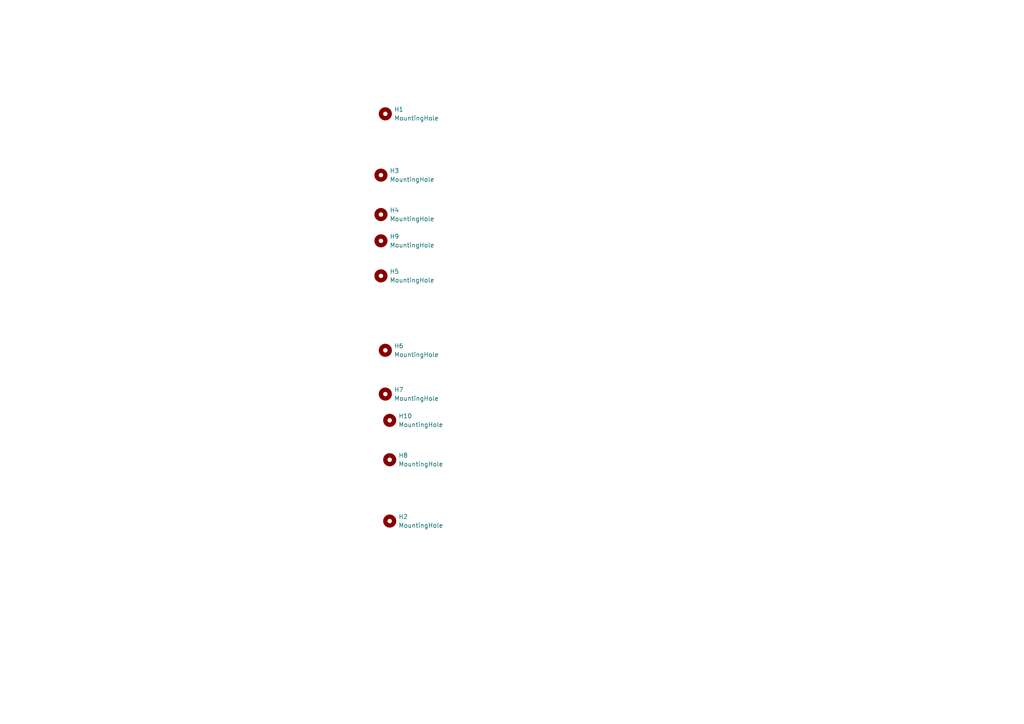
<source format=kicad_sch>
(kicad_sch (version 20250114) (generator "eeschema") (generator_version "9.0")
  (paper "A4")
  (title_block (title "Dual VCA") (date "2025-07-17") (rev "1.0") (company "idyllm") (comment 1 "CC BY-SA 4.0"))
  (lib_symbols
    (symbol "Mechanical:MountingHole" (pin_names (offset 1.016)) (exclude_from_sim yes) (in_bom no)
      (property "Reference" "H" (at 0 5.08 0))
      (property "Value" "MountingHole" (at 0 3.175 0))
      (symbol "MountingHole_0_1"
        (circle (center 0 0) (radius 1.27) (stroke (width 1.27)))
      )
    )
  )
  (symbol (lib_id "Mechanical:MountingHole") (at 113.03 121.92 0) (unit 1) (in_bom no)
    (property "Reference" "H10" (at 115.57 120.6499 0) (effects (justify left)))
    (property "Value" "MountingHole" (at 115.57 123.1899 0) (effects (justify left)))
    (property "Footprint" "Mounting_Faceplate:PanelHole_AudioJack_M6_6.8mm" (effects (hide yes)))
    (property "Description" "Mounting Hole without connection" (effects (hide yes)))
  )
  (symbol (lib_id "Mechanical:MountingHole") (at 113.03 151.13 0) (unit 1) (in_bom no)
    (property "Reference" "H2" (at 115.57 149.8599 0) (effects (justify left)))
    (property "Value" "MountingHole" (at 115.57 152.3999 0) (effects (justify left)))
    (property "Footprint" "Mounting_Faceplate:PanelHole_RailMounting_M3_Slot_3.2mm_x_4.0mm" (effects (hide yes)))
    (property "Description" "Mounting Hole without connection" (effects (hide yes)))
  )
  (symbol (lib_id "Mechanical:MountingHole") (at 110.49 62.23 0) (unit 1) (in_bom no)
    (property "Reference" "H4" (at 113.03 60.9599 0) (effects (justify left)))
    (property "Value" "MountingHole" (at 113.03 63.4999 0) (effects (justify left)))
    (property "Footprint" "Mounting_Faceplate:PanelHole_AudioJack_M6_6.8mm" (effects (hide yes)))
    (property "Description" "Mounting Hole without connection" (effects (hide yes)))
  )
  (symbol (lib_id "Mechanical:MountingHole") (at 110.49 80.01 0) (unit 1) (in_bom no)
    (property "Reference" "H5" (at 113.03 78.7399 0) (effects (justify left)))
    (property "Value" "MountingHole" (at 113.03 81.2799 0) (effects (justify left)))
    (property "Footprint" "Mounting_Faceplate:PanelHole_AudioJack_M6_6.8mm" (effects (hide yes)))
    (property "Description" "Mounting Hole without connection" (effects (hide yes)))
  )
  (symbol (lib_id "Mechanical:MountingHole") (at 111.76 114.3 0) (unit 1) (in_bom no)
    (property "Reference" "H7" (at 114.3 113.0299 0) (effects (justify left)))
    (property "Value" "MountingHole" (at 114.3 115.5699 0) (effects (justify left)))
    (property "Footprint" "Mounting_Faceplate:PanelHole_AudioJack_M6_6.8mm" (effects (hide yes)))
    (property "Description" "Mounting Hole without connection" (effects (hide yes)))
  )
  (symbol (lib_id "Mechanical:MountingHole") (at 111.76 101.6 0) (unit 1) (in_bom no)
    (property "Reference" "H6" (at 114.3 100.3299 0) (effects (justify left)))
    (property "Value" "MountingHole" (at 114.3 102.8699 0) (effects (justify left)))
    (property "Footprint" "Mounting_Faceplate:PanelHole_AudioJack_M6_6.8mm" (effects (hide yes)))
    (property "Description" "Mounting Hole without connection" (effects (hide yes)))
  )
  (symbol (lib_id "Mechanical:MountingHole") (at 111.76 33.02 0) (unit 1) (in_bom no)
    (property "Reference" "H1" (at 114.3 31.7499 0) (effects (justify left)))
    (property "Value" "MountingHole" (at 114.3 34.2899 0) (effects (justify left)))
    (property "Footprint" "Mounting_Faceplate:PanelHole_RailMounting_M3_Slot_3.2mm_x_4.0mm" (effects (hide yes)))
    (property "Description" "Mounting Hole without connection" (effects (hide yes)))
  )
  (symbol (lib_id "Mechanical:MountingHole") (at 110.49 69.85 0) (unit 1) (in_bom no)
    (property "Reference" "H9" (at 113.03 68.5799 0) (effects (justify left)))
    (property "Value" "MountingHole" (at 113.03 71.1199 0) (effects (justify left)))
    (property "Footprint" "Mounting_Faceplate:PanelHole_Potentiometer_M6_6.8mm_13mm_knob" (effects (hide yes)))
    (property "Description" "Mounting Hole without connection" (effects (hide yes)))
  )
  (symbol (lib_id "Mechanical:MountingHole") (at 110.49 50.8 0) (unit 1) (in_bom no)
    (property "Reference" "H3" (at 113.03 49.5299 0) (effects (justify left)))
    (property "Value" "MountingHole" (at 113.03 52.0699 0) (effects (justify left)))
    (property "Footprint" "Mounting_Faceplate:PanelHole_AudioJack_M6_6.8mm" (effects (hide yes)))
    (property "Description" "Mounting Hole without connection" (effects (hide yes)))
  )
  (symbol (lib_id "Mechanical:MountingHole") (at 113.03 133.35 0) (unit 1) (in_bom no)
    (property "Reference" "H8" (at 115.57 132.0799 0) (effects (justify left)))
    (property "Value" "MountingHole" (at 115.57 134.6199 0) (effects (justify left)))
    (property "Footprint" "Mounting_Faceplate:PanelHole_Potentiometer_M6_6.8mm_13mm_knob" (effects (hide yes)))
    (property "Description" "Mounting Hole without connection" (effects (hide yes)))
  )
)
</source>
